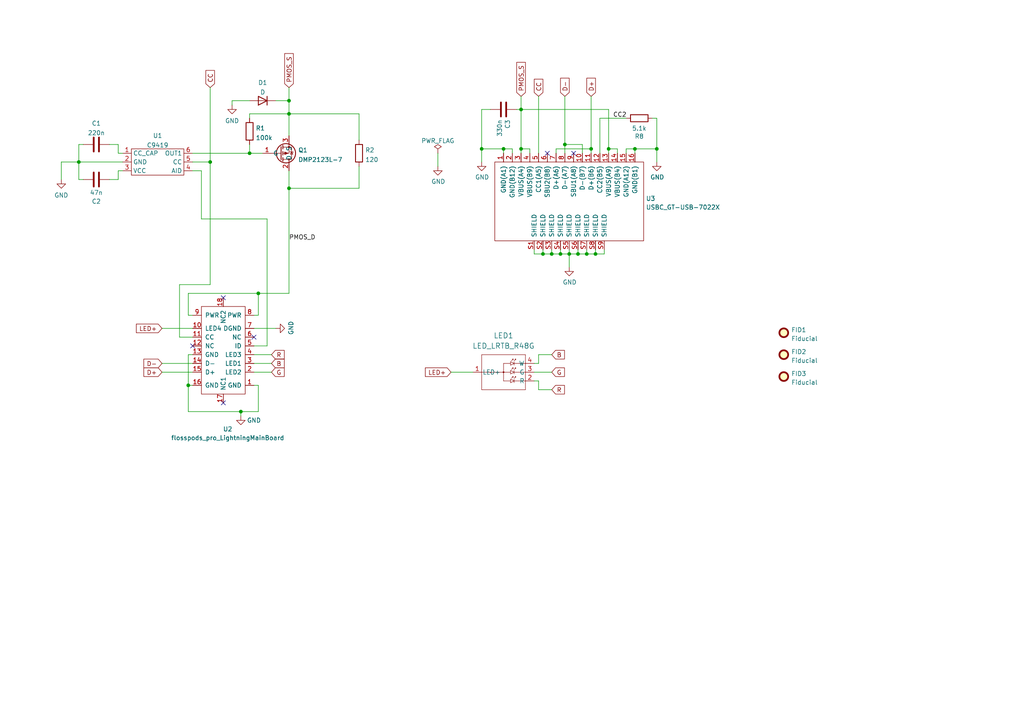
<source format=kicad_sch>
(kicad_sch (version 20211123) (generator eeschema)
  (paper "A4")
  (lib_symbols
    (symbol "Device:C" (pin_numbers hide) (pin_names (offset 0.254))
      (property "Reference" "C" (at 0.635 2.54 0))
      (property "Value" "C" (at 0.635 -2.54 0))
      (symbol "C_0_1"
        (polyline (pts (xy -2.032 -0.762) (xy 2.032 -0.762)) (stroke (width 0.508)))
        (polyline (pts (xy -2.032 0.762) (xy 2.032 0.762)) (stroke (width 0.508)))
      )
      (symbol "C_1_1"
        (pin passive line (at 0 3.81 270) (length 2.794) (name "~") (number "1"))
        (pin passive line (at 0 -3.81 90) (length 2.794) (name "~") (number "2"))
      )
    )
    (symbol "Device:D" (pin_numbers hide) (pin_names (offset 1.016) hide)
      (property "Reference" "D" (at 0 2.54 0))
      (property "Value" "D" (at 0 -2.54 0))
      (symbol "D_0_1"
        (polyline (pts (xy -1.27 1.27) (xy -1.27 -1.27)) (stroke (width 0.254)))
        (polyline (pts (xy 1.27 0) (xy -1.27 0)))
        (polyline (pts (xy 1.27 1.27) (xy 1.27 -1.27) (xy -1.27 0) (xy 1.27 1.27)) (stroke (width 0.254)))
      )
      (symbol "D_1_1"
        (pin passive line (at -3.81 0 0) (length 2.54) (name "K") (number "1"))
        (pin passive line (at 3.81 0 180) (length 2.54) (name "A") (number "2"))
      )
    )
    (symbol "Device:R" (pin_numbers hide) (pin_names (offset 0))
      (property "Reference" "R" (at 2.032 0 90))
      (property "Value" "R" (at 0 0 90))
      (symbol "R_0_1"
        (rectangle (start -1.016 -2.54) (end 1.016 2.54) (stroke (width 0.254)))
      )
      (symbol "R_1_1"
        (pin passive line (at 0 3.81 270) (length 1.27) (name "~") (number "1"))
        (pin passive line (at 0 -3.81 90) (length 1.27) (name "~") (number "2"))
      )
    )
    (symbol "Mechanical:Fiducial"
      (property "Reference" "FID" (at 0 5.08 0))
      (property "Value" "Fiducial" (at 0 3.175 0))
      (symbol "Fiducial_0_1"
        (circle (center 0 0) (radius 1.27) (stroke (width 0.508)) (fill (type background)))
      )
    )
    (symbol "flosspods_pro_flex:C9419"
      (property "Reference" "U" (at 0 6.35 0))
      (property "Value" "C9419" (at 0 -6.35 0))
      (symbol "C9419_0_1"
        (rectangle (start -7.62 3.81) (end 7.62 -3.81))
      )
      (symbol "C9419_1_1"
        (pin passive line (at -10.16 2.54 0) (length 2.54) (name "CC_CAP") (number "1"))
        (pin passive line (at -10.16 0 0) (length 2.54) (name "GND") (number "2"))
        (pin passive line (at -10.16 -2.54 0) (length 2.54) (name "VCC") (number "3"))
        (pin passive line (at 10.16 -2.54 180) (length 2.54) (name "AID") (number "4"))
        (pin passive line (at 10.16 0 180) (length 2.54) (name "CC") (number "5"))
        (pin passive line (at 10.16 2.54 180) (length 2.54) (name "OUT1") (number "6"))
      )
    )
    (symbol "flosspods_pro_flex:DMP2123L-7"
      (property "Reference" "Q" (at 3.81 3.81 0))
      (property "Value" "DMP2123L-7" (at 8.89 -5.08 0))
      (symbol "DMP2123L-7_0_1"
        (circle (center -0.889 0) (radius 2.794) (stroke (width 0.254)))
        (circle (center 0 -1.778) (radius 0.254) (fill (type outline)))
        (polyline (pts (xy -2.286 0) (xy -5.08 0)))
        (polyline (pts (xy -2.286 1.905) (xy -2.286 -1.905)) (stroke (width 0.254)))
        (polyline (pts (xy -1.778 -1.27) (xy -1.778 -2.286)) (stroke (width 0.254)))
        (polyline (pts (xy -1.778 0.508) (xy -1.778 -0.508)) (stroke (width 0.254)))
        (polyline (pts (xy -1.778 2.286) (xy -1.778 1.27)) (stroke (width 0.254)))
        (polyline (pts (xy 0 2.54) (xy 0 1.778)))
        (polyline (pts (xy 0 -2.54) (xy 0 0) (xy -1.778 0)))
        (polyline (pts (xy -1.778 1.778) (xy 0.762 1.778) (xy 0.762 -1.778) (xy -1.778 -1.778)))
        (polyline (pts (xy -0.254 0) (xy -1.27 0.381) (xy -1.27 -0.381) (xy -0.254 0)) (fill (type outline)))
        (polyline (pts (xy 0.254 -0.508) (xy 0.381 -0.381) (xy 1.143 -0.381) (xy 1.27 -0.254)))
        (polyline (pts (xy 0.762 -0.381) (xy 0.381 0.254) (xy 1.143 0.254) (xy 0.762 -0.381)))
        (circle (center 0 1.778) (radius 0.254) (fill (type outline)))
      )
      (symbol "DMP2123L-7_1_1"
        (pin input line (at -7.62 0 0) (length 2.54) (name "G") (number "1"))
        (pin passive line (at 0 5.08 270) (length 2.54) (name "D") (number "2"))
        (pin passive line (at 0 -5.08 90) (length 2.54) (name "S") (number "3"))
      )
    )
    (symbol "flosspods_pro_flex:LED_LRTB_R48G" (pin_names (offset 0.254))
      (property "Reference" "LED?" (at 0 10.16 0))
      (property "Value" "LED_LRTB_R48G" (at 0 7.62 0))
      (symbol "LED_LRTB_R48G_1_1"
        (arc (start -3.81 -0.127) (mid -3.81 0.127) (end -3.81 -0.127) (stroke (width 0.254)))
        (polyline (pts (xy -6.35 -5.08) (xy 6.35 -5.08)) (stroke (width 0.127)))
        (polyline (pts (xy -6.35 0) (xy 2.032 0)) (stroke (width 0.127)))
        (polyline (pts (xy -6.35 5.08) (xy -6.35 -5.08)) (stroke (width 0.127)))
        (polyline (pts (xy 0 -2.54) (xy 2.032 -2.54)) (stroke (width 0.127)))
        (polyline (pts (xy 0 2.54) (xy 0 -2.54)) (stroke (width 0.127)))
        (polyline (pts (xy 0 2.54) (xy 2.032 2.54)) (stroke (width 0.127)))
        (polyline (pts (xy 2.032 -2.032) (xy 2.032 -3.048)) (stroke (width 0.127)))
        (polyline (pts (xy 2.032 -2.032) (xy 3.048 -2.54)) (stroke (width 0.127)))
        (polyline (pts (xy 2.032 0.508) (xy 2.032 -0.508)) (stroke (width 0.127)))
        (polyline (pts (xy 2.032 0.508) (xy 3.048 0)) (stroke (width 0.127)))
        (polyline (pts (xy 2.032 3.048) (xy 2.032 2.032)) (stroke (width 0.127)))
        (polyline (pts (xy 2.032 3.048) (xy 3.048 2.54)) (stroke (width 0.127)))
        (polyline (pts (xy 2.286 -1.778) (xy 2.794 -1.27)) (stroke (width 0.127)))
        (polyline (pts (xy 2.286 0.762) (xy 2.794 1.27)) (stroke (width 0.127)))
        (polyline (pts (xy 2.286 3.302) (xy 2.794 3.81)) (stroke (width 0.127)))
        (polyline (pts (xy 2.794 -1.27) (xy 2.54 -1.27)) (stroke (width 0.127)))
        (polyline (pts (xy 2.794 -1.27) (xy 2.794 -1.524)) (stroke (width 0.127)))
        (polyline (pts (xy 2.794 1.27) (xy 2.54 1.27)) (stroke (width 0.127)))
        (polyline (pts (xy 2.794 1.27) (xy 2.794 1.016)) (stroke (width 0.127)))
        (polyline (pts (xy 2.794 3.81) (xy 2.54 3.81)) (stroke (width 0.127)))
        (polyline (pts (xy 2.794 3.81) (xy 2.794 3.556)) (stroke (width 0.127)))
        (polyline (pts (xy 3.048 -2.54) (xy 2.032 -3.048)) (stroke (width 0.127)))
        (polyline (pts (xy 3.048 -2.54) (xy 6.35 -2.54)) (stroke (width 0.127)))
        (polyline (pts (xy 3.048 -2.032) (xy 3.048 -3.048)) (stroke (width 0.127)))
        (polyline (pts (xy 3.048 -1.778) (xy 3.556 -1.27)) (stroke (width 0.127)))
        (polyline (pts (xy 3.048 0) (xy 2.032 -0.508)) (stroke (width 0.127)))
        (polyline (pts (xy 3.048 0) (xy 6.35 0)) (stroke (width 0.127)))
        (polyline (pts (xy 3.048 0.508) (xy 3.048 -0.508)) (stroke (width 0.127)))
        (polyline (pts (xy 3.048 0.762) (xy 3.556 1.27)) (stroke (width 0.127)))
        (polyline (pts (xy 3.048 2.54) (xy 2.032 2.032)) (stroke (width 0.127)))
        (polyline (pts (xy 3.048 2.54) (xy 6.35 2.54)) (stroke (width 0.127)))
        (polyline (pts (xy 3.048 3.048) (xy 3.048 2.032)) (stroke (width 0.127)))
        (polyline (pts (xy 3.048 3.302) (xy 3.556 3.81)) (stroke (width 0.127)))
        (polyline (pts (xy 3.302 -1.27) (xy 3.556 -1.27)) (stroke (width 0.127)))
        (polyline (pts (xy 3.302 1.27) (xy 3.556 1.27)) (stroke (width 0.127)))
        (polyline (pts (xy 3.302 3.81) (xy 3.556 3.81)) (stroke (width 0.127)))
        (polyline (pts (xy 3.556 -1.27) (xy 3.556 -1.524)) (stroke (width 0.127)))
        (polyline (pts (xy 3.556 1.27) (xy 3.556 1.016)) (stroke (width 0.127)))
        (polyline (pts (xy 3.556 3.81) (xy 3.556 3.556)) (stroke (width 0.127)))
        (polyline (pts (xy 6.35 -5.08) (xy 6.35 5.08)) (stroke (width 0.127)))
        (polyline (pts (xy 6.35 5.08) (xy -6.35 5.08)) (stroke (width 0.127)))
        (circle (center 0 0) (radius 0.127) (stroke (width 0.254)))
        (pin passive line (at -8.89 0 0) (length 2.54) (name "LED+") (number "1"))
        (pin passive line (at 8.89 -2.54 180) (length 2.54) (name "R") (number "2"))
        (pin passive line (at 8.89 0 180) (length 2.54) (name "G") (number "3"))
        (pin passive line (at 8.89 2.54 180) (length 2.54) (name "W") (number "4"))
      )
    )
    (symbol "flosspods_pro_flex:USBC_GT-USB-7022X" (pin_names (offset 1.016))
      (property "Reference" "U3" (at 23.495 -7.9815 0))
      (property "Value" "USBC_GT-USB-7022X" (at 23.495 -10.7566 0))
      (symbol "USBC_GT-USB-7022X_0_1"
        (rectangle (start -21.59 2.54) (end 21.59 -20.32))
      )
      (symbol "USBC_GT-USB-7022X_1_1"
        (pin passive line (at -19.05 5.08 270) (length 2.54) (name "GND(A1)") (number "1"))
        (pin passive line (at 3.81 5.08 270) (length 2.54) (name "D-(B7)") (number "10"))
        (pin passive line (at 6.35 5.08 270) (length 2.54) (name "D+(B6)") (number "11"))
        (pin passive line (at 8.89 5.08 270) (length 2.54) (name "CC2(B5)") (number "12"))
        (pin passive line (at 11.43 5.08 270) (length 2.54) (name "VBUS(A9)") (number "13"))
        (pin passive line (at 13.97 5.08 270) (length 2.54) (name "VBUS(B4)") (number "14"))
        (pin passive line (at 16.51 5.08 270) (length 2.54) (name "GND(A12)") (number "15"))
        (pin passive line (at 19.05 5.08 270) (length 2.54) (name "GND(B1)") (number "16"))
        (pin passive line (at -16.51 5.08 270) (length 2.54) (name "GND(B12)") (number "2"))
        (pin passive line (at -13.97 5.08 270) (length 2.54) (name "VBUS(A4)") (number "3"))
        (pin passive line (at -11.43 5.08 270) (length 2.54) (name "VBUS(B9)") (number "4"))
        (pin passive line (at -8.89 5.08 270) (length 2.54) (name "CC1(A5)") (number "5"))
        (pin passive line (at -6.35 5.08 270) (length 2.54) (name "SBU2(B8)") (number "6"))
        (pin passive line (at -3.81 5.08 270) (length 2.54) (name "D+(A6)") (number "7"))
        (pin passive line (at -1.27 5.08 270) (length 2.54) (name "D-(A7)") (number "8"))
        (pin passive line (at 1.27 5.08 270) (length 2.54) (name "SBU1(A8)") (number "9"))
        (pin passive line (at -10.16 -22.86 90) (length 2.54) (name "SHIELD") (number "S1"))
        (pin passive line (at -7.62 -22.86 90) (length 2.54) (name "SHIELD") (number "S2"))
        (pin passive line (at -5.08 -22.86 90) (length 2.54) (name "SHIELD") (number "S3"))
        (pin passive line (at -2.54 -22.86 90) (length 2.54) (name "SHIELD") (number "S4"))
        (pin passive line (at 0 -22.86 90) (length 2.54) (name "SHIELD") (number "S5"))
        (pin passive line (at 2.54 -22.86 90) (length 2.54) (name "SHIELD") (number "S6"))
        (pin passive line (at 5.08 -22.86 90) (length 2.54) (name "SHIELD") (number "S7"))
        (pin passive line (at 7.62 -22.86 90) (length 2.54) (name "SHIELD") (number "S8"))
        (pin passive line (at 10.16 -22.86 90) (length 2.54) (name "SHIELD") (number "S9"))
      )
    )
    (symbol "flosspods_pro_flex:flosspods_pro_LightningMainBoard" (pin_names (offset 1.016))
      (property "Reference" "U" (at 0 16.51 0))
      (property "Value" "flosspods_pro_LightningMainBoard" (at 1.27 -16.51 0))
      (symbol "flosspods_pro_LightningMainBoard_1_1"
        (rectangle (start -12.7 -6.35) (end 12.7 6.35))
        (pin input line (at -10.16 -8.89 90) (length 2.54) (name "GND") (number "1"))
        (pin input line (at 6.35 8.89 270) (length 2.54) (name "LED4") (number "10"))
        (pin input line (at 3.81 8.89 270) (length 2.54) (name "CC") (number "11"))
        (pin input line (at 1.27 8.89 270) (length 2.54) (name "NC") (number "12"))
        (pin input line (at -1.27 8.89 270) (length 2.54) (name "GND") (number "13"))
        (pin input line (at -3.81 8.89 270) (length 2.54) (name "D-") (number "14"))
        (pin input line (at -6.35 8.89 270) (length 2.54) (name "D+") (number "15"))
        (pin input line (at -10.16 8.89 270) (length 2.54) (name "GND") (number "16"))
        (pin input line (at -15.24 0 0) (length 2.54) (name "NC1") (number "17"))
        (pin input line (at 15.24 0 180) (length 2.54) (name "NC2") (number "18"))
        (pin input line (at -6.35 -8.89 90) (length 2.54) (name "LED2") (number "2"))
        (pin input line (at -3.81 -8.89 90) (length 2.54) (name "LED1") (number "3"))
        (pin input line (at -1.27 -8.89 90) (length 2.54) (name "LED3") (number "4"))
        (pin input line (at 1.27 -8.89 90) (length 2.54) (name "ID") (number "5"))
        (pin input line (at 3.81 -8.89 90) (length 2.54) (name "NC") (number "6"))
        (pin input line (at 6.35 -8.89 90) (length 2.54) (name "DGND") (number "7"))
        (pin input line (at 10.16 -8.89 90) (length 2.54) (name "PWR") (number "8"))
        (pin input line (at 10.16 8.89 270) (length 2.54) (name "PWR") (number "9"))
      )
    )
    (symbol "power:GND" (power) (pin_names (offset 0))
      (property "Value" "GND" (at 0 -3.81 0))
      (symbol "GND_0_1"
        (polyline (pts (xy 0 0) (xy 0 -1.27) (xy 1.27 -1.27) (xy 0 -2.54) (xy -1.27 -1.27) (xy 0 -1.27)))
      )
      (symbol "GND_1_1"
        (pin power_in line (at 0 0 270) (length 0) hide (name "GND") (number "1"))
      )
    )
    (symbol "power:PWR_FLAG" (power) (pin_numbers hide) (pin_names (offset 0) hide)
      (property "Value" "PWR_FLAG" (at 0 3.81 0))
      (symbol "PWR_FLAG_0_0"
        (pin power_out line (at 0 0 90) (length 0) (name "pwr") (number "1"))
      )
      (symbol "PWR_FLAG_0_1"
        (polyline (pts (xy 0 0) (xy 0 1.27) (xy -1.016 1.905) (xy 0 2.54) (xy 1.016 1.905) (xy 0 1.27)))
      )
    )
  )
  (junction (at 163.83 41.91))
  (junction (at 160.02 73.66))
  (junction (at 60.96 46.99))
  (junction (at 172.72 73.66))
  (junction (at 171.45 43.18))
  (junction (at 151.13 31.75))
  (junction (at 190.5 43.18))
  (junction (at 139.7 43.18))
  (junction (at 83.82 29.21))
  (junction (at 151.13 43.18))
  (junction (at 157.48 73.66))
  (junction (at 69.85 119.38))
  (junction (at 184.15 43.18))
  (junction (at 176.53 43.18))
  (junction (at 22.86 46.99))
  (junction (at 167.64 73.66))
  (junction (at 54.61 111.76))
  (junction (at 83.82 33.02))
  (junction (at 72.39 44.45))
  (junction (at 146.05 43.18))
  (junction (at 74.93 85.09))
  (junction (at 162.56 73.66))
  (junction (at 170.18 73.66))
  (junction (at 83.82 54.61))
  (junction (at 165.1 73.66))
  (no_connect (at 64.77 86.36))
  (no_connect (at 64.77 116.84))
  (no_connect (at 73.66 97.79))
  (no_connect (at 55.88 100.33))
  (no_connect (at 166.37 44.45))
  (no_connect (at 158.75 44.45))
  (wire (pts (xy 22.86 46.99) (xy 22.86 41.91)))
  (wire (pts (xy 165.1 73.66) (xy 167.64 73.66)))
  (wire (pts (xy 22.86 52.07) (xy 22.86 46.99)))
  (wire (pts (xy 154.94 72.39) (xy 154.94 73.66)))
  (wire (pts (xy 73.66 111.76) (xy 74.93 111.76)))
  (wire (pts (xy 52.07 82.55) (xy 52.07 97.79)))
  (wire (pts (xy 173.99 34.29) (xy 173.99 44.45)))
  (wire (pts (xy 130.81 107.95) (xy 137.16 107.95)))
  (wire (pts (xy 154.94 107.95) (xy 160.02 107.95)))
  (wire (pts (xy 74.93 91.44) (xy 74.93 85.09)))
  (wire (pts (xy 104.14 54.61) (xy 83.82 54.61)))
  (wire (pts (xy 73.66 100.33) (xy 77.47 100.33)))
  (wire (pts (xy 83.82 33.02) (xy 83.82 39.37)))
  (wire (pts (xy 142.24 31.75) (xy 139.7 31.75)))
  (wire (pts (xy 171.45 44.45) (xy 171.45 43.18)))
  (wire (pts (xy 35.56 49.53) (xy 34.29 49.53)))
  (wire (pts (xy 54.61 111.76) (xy 54.61 119.38)))
  (wire (pts (xy 34.29 49.53) (xy 34.29 52.07)))
  (wire (pts (xy 58.42 49.53) (xy 58.42 63.5)))
  (wire (pts (xy 154.94 105.41) (xy 156.21 105.41)))
  (wire (pts (xy 151.13 27.94) (xy 151.13 31.75)))
  (wire (pts (xy 34.29 44.45) (xy 34.29 41.91)))
  (wire (pts (xy 163.83 27.94) (xy 163.83 41.91)))
  (wire (pts (xy 55.88 49.53) (xy 58.42 49.53)))
  (wire (pts (xy 151.13 31.75) (xy 151.13 43.18)))
  (wire (pts (xy 58.42 63.5) (xy 77.47 63.5)))
  (wire (pts (xy 184.15 43.18) (xy 181.61 43.18)))
  (wire (pts (xy 74.93 111.76) (xy 74.93 119.38)))
  (wire (pts (xy 190.5 43.18) (xy 184.15 43.18)))
  (wire (pts (xy 72.39 33.02) (xy 83.82 33.02)))
  (wire (pts (xy 156.21 27.94) (xy 156.21 44.45)))
  (wire (pts (xy 179.07 44.45) (xy 179.07 43.18)))
  (wire (pts (xy 54.61 102.87) (xy 54.61 111.76)))
  (wire (pts (xy 73.66 105.41) (xy 78.74 105.41)))
  (wire (pts (xy 148.59 43.18) (xy 146.05 43.18)))
  (wire (pts (xy 151.13 44.45) (xy 151.13 43.18)))
  (wire (pts (xy 74.93 85.09) (xy 83.82 85.09)))
  (wire (pts (xy 60.96 25.4) (xy 60.96 46.99)))
  (wire (pts (xy 127 48.26) (xy 127 44.45)))
  (wire (pts (xy 55.88 46.99) (xy 60.96 46.99)))
  (wire (pts (xy 148.59 44.45) (xy 148.59 43.18)))
  (wire (pts (xy 156.21 105.41) (xy 156.21 102.87)))
  (wire (pts (xy 17.78 52.07) (xy 17.78 46.99)))
  (wire (pts (xy 34.29 52.07) (xy 31.75 52.07)))
  (wire (pts (xy 151.13 43.18) (xy 153.67 43.18)))
  (wire (pts (xy 73.66 95.25) (xy 80.01 95.25)))
  (wire (pts (xy 160.02 73.66) (xy 162.56 73.66)))
  (wire (pts (xy 154.94 110.49) (xy 156.21 110.49)))
  (wire (pts (xy 172.72 73.66) (xy 175.26 73.66)))
  (wire (pts (xy 154.94 73.66) (xy 157.48 73.66)))
  (wire (pts (xy 67.31 30.48) (xy 67.31 29.21)))
  (wire (pts (xy 83.82 29.21) (xy 83.82 25.4)))
  (wire (pts (xy 54.61 85.09) (xy 74.93 85.09)))
  (wire (pts (xy 74.93 119.38) (xy 69.85 119.38)))
  (wire (pts (xy 54.61 91.44) (xy 54.61 85.09)))
  (wire (pts (xy 34.29 41.91) (xy 31.75 41.91)))
  (wire (pts (xy 176.53 43.18) (xy 176.53 44.45)))
  (wire (pts (xy 24.13 52.07) (xy 22.86 52.07)))
  (wire (pts (xy 156.21 110.49) (xy 156.21 113.03)))
  (wire (pts (xy 167.64 72.39) (xy 167.64 73.66)))
  (wire (pts (xy 172.72 72.39) (xy 172.72 73.66)))
  (wire (pts (xy 160.02 72.39) (xy 160.02 73.66)))
  (wire (pts (xy 83.82 54.61) (xy 83.82 49.53)))
  (wire (pts (xy 35.56 44.45) (xy 34.29 44.45)))
  (wire (pts (xy 190.5 46.99) (xy 190.5 43.18)))
  (wire (pts (xy 189.23 34.29) (xy 190.5 34.29)))
  (wire (pts (xy 83.82 85.09) (xy 83.82 54.61)))
  (wire (pts (xy 165.1 73.66) (xy 165.1 77.47)))
  (wire (pts (xy 80.01 29.21) (xy 83.82 29.21)))
  (wire (pts (xy 153.67 43.18) (xy 153.67 44.45)))
  (wire (pts (xy 83.82 33.02) (xy 104.14 33.02)))
  (wire (pts (xy 60.96 82.55) (xy 52.07 82.55)))
  (wire (pts (xy 67.31 29.21) (xy 72.39 29.21)))
  (wire (pts (xy 168.91 41.91) (xy 168.91 44.45)))
  (wire (pts (xy 157.48 73.66) (xy 160.02 73.66)))
  (wire (pts (xy 55.88 91.44) (xy 54.61 91.44)))
  (wire (pts (xy 72.39 33.02) (xy 72.39 34.29)))
  (wire (pts (xy 69.85 120.65) (xy 69.85 119.38)))
  (wire (pts (xy 73.66 107.95) (xy 78.74 107.95)))
  (wire (pts (xy 162.56 73.66) (xy 165.1 73.66)))
  (wire (pts (xy 73.66 102.87) (xy 78.74 102.87)))
  (wire (pts (xy 55.88 102.87) (xy 54.61 102.87)))
  (wire (pts (xy 22.86 41.91) (xy 24.13 41.91)))
  (wire (pts (xy 73.66 91.44) (xy 74.93 91.44)))
  (wire (pts (xy 163.83 44.45) (xy 163.83 41.91)))
  (wire (pts (xy 139.7 43.18) (xy 146.05 43.18)))
  (wire (pts (xy 156.21 113.03) (xy 160.02 113.03)))
  (wire (pts (xy 181.61 43.18) (xy 181.61 44.45)))
  (wire (pts (xy 77.47 63.5) (xy 77.47 100.33)))
  (wire (pts (xy 157.48 72.39) (xy 157.48 73.66)))
  (wire (pts (xy 163.83 41.91) (xy 168.91 41.91)))
  (wire (pts (xy 46.99 95.25) (xy 55.88 95.25)))
  (wire (pts (xy 52.07 97.79) (xy 55.88 97.79)))
  (wire (pts (xy 54.61 119.38) (xy 69.85 119.38)))
  (wire (pts (xy 165.1 72.39) (xy 165.1 73.66)))
  (wire (pts (xy 46.99 105.41) (xy 55.88 105.41)))
  (wire (pts (xy 171.45 27.94) (xy 171.45 43.18)))
  (wire (pts (xy 190.5 34.29) (xy 190.5 43.18)))
  (wire (pts (xy 46.99 107.95) (xy 55.88 107.95)))
  (wire (pts (xy 55.88 44.45) (xy 72.39 44.45)))
  (wire (pts (xy 54.61 111.76) (xy 55.88 111.76)))
  (wire (pts (xy 167.64 73.66) (xy 170.18 73.66)))
  (wire (pts (xy 170.18 72.39) (xy 170.18 73.66)))
  (wire (pts (xy 161.29 43.18) (xy 161.29 44.45)))
  (wire (pts (xy 104.14 48.26) (xy 104.14 54.61)))
  (wire (pts (xy 151.13 31.75) (xy 176.53 31.75)))
  (wire (pts (xy 60.96 46.99) (xy 60.96 82.55)))
  (wire (pts (xy 149.86 31.75) (xy 151.13 31.75)))
  (wire (pts (xy 176.53 43.18) (xy 176.53 31.75)))
  (wire (pts (xy 156.21 102.87) (xy 160.02 102.87)))
  (wire (pts (xy 139.7 31.75) (xy 139.7 43.18)))
  (wire (pts (xy 72.39 44.45) (xy 76.2 44.45)))
  (wire (pts (xy 173.99 34.29) (xy 181.61 34.29)))
  (wire (pts (xy 22.86 46.99) (xy 35.56 46.99)))
  (wire (pts (xy 162.56 72.39) (xy 162.56 73.66)))
  (wire (pts (xy 175.26 73.66) (xy 175.26 72.39)))
  (wire (pts (xy 104.14 33.02) (xy 104.14 40.64)))
  (wire (pts (xy 139.7 43.18) (xy 139.7 46.99)))
  (wire (pts (xy 83.82 29.21) (xy 83.82 33.02)))
  (wire (pts (xy 179.07 43.18) (xy 176.53 43.18)))
  (wire (pts (xy 72.39 41.91) (xy 72.39 44.45)))
  (wire (pts (xy 17.78 46.99) (xy 22.86 46.99)))
  (wire (pts (xy 171.45 43.18) (xy 161.29 43.18)))
  (wire (pts (xy 170.18 73.66) (xy 172.72 73.66)))
  (wire (pts (xy 146.05 43.18) (xy 146.05 44.45)))
  (wire (pts (xy 184.15 44.45) (xy 184.15 43.18)))
  (label "PMOS_D" (at 83.82 69.85 0))
  (label "CC2" (at 177.8 34.29 0))
  (global_label "G" (shape input) (at 78.74 107.95 0) (property "Intersheet References" "${INTERSHEET_REFS}" (effects hide)))
  (global_label "CC" (shape input) (at 156.21 27.94 90) (property "Intersheet References" "${INTERSHEET_REFS}" (effects hide)))
  (global_label "PMOS_S" (shape input) (at 83.82 25.4 90) (property "Intersheet References" "${INTERSHEET_REFS}" (effects hide)))
  (global_label "B" (shape input) (at 78.74 105.41 0) (property "Intersheet References" "${INTERSHEET_REFS}" (effects hide)))
  (global_label "R" (shape input) (at 78.74 102.87 0) (property "Intersheet References" "${INTERSHEET_REFS}" (effects hide)))
  (global_label "D-" (shape input) (at 46.99 105.41 180) (property "Intersheet References" "${INTERSHEET_REFS}" (effects hide)))
  (global_label "PMOS_S" (shape input) (at 151.13 27.94 90) (property "Intersheet References" "${INTERSHEET_REFS}" (effects hide)))
  (global_label "B" (shape input) (at 160.02 102.87 0) (property "Intersheet References" "${INTERSHEET_REFS}" (effects hide)))
  (global_label "R" (shape input) (at 160.02 113.03 0) (property "Intersheet References" "${INTERSHEET_REFS}" (effects hide)))
  (global_label "G" (shape input) (at 160.02 107.95 0) (property "Intersheet References" "${INTERSHEET_REFS}" (effects hide)))
  (global_label "D+" (shape input) (at 46.99 107.95 180) (property "Intersheet References" "${INTERSHEET_REFS}" (effects hide)))
  (global_label "D-" (shape input) (at 163.83 27.94 90) (property "Intersheet References" "${INTERSHEET_REFS}" (effects hide)))
  (global_label "CC" (shape input) (at 60.96 25.4 90) (property "Intersheet References" "${INTERSHEET_REFS}" (effects hide)))
  (global_label "LED+" (shape input) (at 46.99 95.25 180) (property "Intersheet References" "${INTERSHEET_REFS}" (effects hide)))
  (global_label "LED+" (shape input) (at 130.81 107.95 180) (property "Intersheet References" "${INTERSHEET_REFS}" (effects hide)))
  (global_label "D+" (shape input) (at 171.45 27.94 90) (property "Intersheet References" "${INTERSHEET_REFS}" (effects hide)))
  (symbol (lib_id "power:GND") (at 165.1 77.47 0) (unit 1)
    (property "Reference" "#PWR0104" (effects hide))
    (property "Value" "GND" (at 165.227 81.8642 0))
  )
  (symbol (lib_id "Device:C") (at 146.05 31.75 270) (unit 1)
    (property "Reference" "C3" (at 147.2184 34.671 0) (effects (justify left)))
    (property "Value" "330n" (at 144.907 34.671 0) (effects (justify left)))
    (property "Footprint" "Capacitor_SMD:C_0402_1005Metric" (effects hide))
  )
  (symbol (lib_id "power:GND") (at 127 48.26 0) (unit 1)
    (property "Reference" "#PWR0103" (effects hide))
    (property "Value" "GND" (at 127.127 52.6542 0))
  )
  (symbol (lib_id "power:GND") (at 80.01 95.25 90) (unit 1)
    (property "Reference" "#PWR0106" (effects hide))
    (property "Value" "GND" (at 84.4042 95.123 0))
  )
  (symbol (lib_id "Mechanical:Fiducial") (at 227.33 109.22 0) (unit 1)
    (property "Reference" "FID3" (at 229.489 108.3853 0) (effects (justify left)))
    (property "Value" "Fiducial" (at 229.489 110.9222 0) (effects (justify left)))
    (property "Footprint" "Fiducial:Fiducial_0.5mm_Mask1mm" (effects hide))
  )
  (symbol (lib_id "power:GND") (at 67.31 30.48 0) (unit 1)
    (property "Reference" "#PWR03" (effects hide))
    (property "Value" "GND" (at 67.31 35.0425 0))
  )
  (symbol (lib_id "flosspods_pro_flex:LED_LRTB_R48G") (at 146.05 107.95 0) (unit 1)
    (property "Reference" "LED1" (at 146.05 97.3366 0) (effects (font (size 1.524 1.524))))
    (property "Value" "LED_LRTB_R48G" (at 146.05 100.33 0) (effects (font (size 1.524 1.524))))
    (property "Footprint" "flosspods_pro_flex:LED_LRTB_R48G" (effects hide))
  )
  (symbol (lib_id "Device:D") (at 76.2 29.21 180) (unit 1)
    (property "Reference" "D1" (at 76.2 23.9735 0))
    (property "Value" "D" (at 76.2 26.7486 0))
    (property "Footprint" "Diode_SMD:D_SOD-523" (effects hide))
  )
  (symbol (lib_id "flosspods_pro_flex:C9419") (at 45.72 46.99 0) (unit 1)
    (property "Reference" "U1" (at 45.72 39.3405 0))
    (property "Value" "C9419" (at 45.72 42.1156 0))
    (property "Footprint" "flosspods_pro_flex:C9419" (effects hide))
  )
  (symbol (lib_id "power:GND") (at 139.7 46.99 0) (unit 1)
    (property "Reference" "#PWR0102" (effects hide))
    (property "Value" "GND" (at 139.827 51.3842 0))
  )
  (symbol (lib_id "power:PWR_FLAG") (at 127 44.45 0) (unit 1)
    (property "Reference" "#FLG0101" (effects hide))
    (property "Value" "PWR_FLAG" (at 127 40.8455 0))
  )
  (symbol (lib_id "Device:R") (at 104.14 44.45 180) (unit 1)
    (property "Reference" "R2" (at 105.918 43.5415 0) (effects (justify right)))
    (property "Value" "120" (at 105.918 46.3166 0) (effects (justify right)))
    (property "Footprint" "Resistor_SMD:R_0402_1005Metric" (effects hide))
  )
  (symbol (lib_id "Device:C") (at 27.94 52.07 270) (unit 1)
    (property "Reference" "C2" (at 27.94 58.42 90))
    (property "Value" "47n" (at 27.94 55.88 90))
    (property "Footprint" "Capacitor_SMD:C_0402_1005Metric" (effects hide))
  )
  (symbol (lib_id "power:GND") (at 69.85 120.65 0) (unit 1)
    (property "Reference" "#PWR0105" (effects hide))
    (property "Value" "GND" (at 73.66 121.92 0))
  )
  (symbol (lib_id "Device:R") (at 185.42 34.29 270) (unit 1)
    (property "Reference" "R8" (at 185.42 39.5478 90))
    (property "Value" "5.1k" (at 185.42 37.2364 90))
    (property "Footprint" "Resistor_SMD:R_0402_1005Metric" (effects hide))
  )
  (symbol (lib_id "Mechanical:Fiducial") (at 227.33 96.52 0) (unit 1)
    (property "Reference" "FID1" (at 229.489 95.6853 0) (effects (justify left)))
    (property "Value" "Fiducial" (at 229.489 98.2222 0) (effects (justify left)))
    (property "Footprint" "Fiducial:Fiducial_0.5mm_Mask1mm" (effects hide))
  )
  (symbol (lib_id "Device:C") (at 27.94 41.91 90) (unit 1)
    (property "Reference" "C1" (at 27.94 35.7845 90))
    (property "Value" "220n" (at 27.94 38.5596 90))
    (property "Footprint" "Capacitor_SMD:C_0402_1005Metric" (effects hide))
  )
  (symbol (lib_id "power:GND") (at 17.78 52.07 0) (unit 1)
    (property "Reference" "#PWR01" (effects hide))
    (property "Value" "GND" (at 17.78 56.6325 0))
  )
  (symbol (lib_id "flosspods_pro_flex:flosspods_pro_LightningMainBoard") (at 64.77 101.6 90) (unit 1)
    (property "Reference" "U2" (at 66.04 124.46 90))
    (property "Value" "flosspods_pro_LightningMainBoard" (at 66.04 126.9969 90))
    (property "Footprint" "flosspods_pro_flex:flosspods_pro_LightningMainBoard" (effects hide))
  )
  (symbol (lib_id "flosspods_pro_flex:DMP2123L-7") (at 83.82 44.45 0) (mirror x) (unit 1)
    (property "Reference" "Q1" (at 86.487 43.5415 0) (effects (justify left)))
    (property "Value" "DMP2123L-7" (at 86.487 46.3166 0) (effects (justify left)))
    (property "Footprint" "flosspods_pro_flex:DMP2123L-7" (effects hide))
  )
  (symbol (lib_id "flosspods_pro_flex:USBC_GT-USB-7022X") (at 165.1 49.53 0) (unit 1)
    (property "Reference" "U3" (at 187.325 57.5853 0) (effects (justify left)))
    (property "Value" "USBC_GT-USB-7022X" (at 187.325 60.1222 0) (effects (justify left)))
    (property "Footprint" "flosspods_pro_flex:USBC_GT-USB-7022X" (effects hide))
  )
  (symbol (lib_id "Device:R") (at 72.39 38.1 180) (unit 1)
    (property "Reference" "R1" (at 74.168 37.1915 0) (effects (justify right)))
    (property "Value" "100k" (at 74.168 39.9666 0) (effects (justify right)))
    (property "Footprint" "Resistor_SMD:R_0402_1005Metric" (effects hide))
  )
  (symbol (lib_id "power:GND") (at 190.5 46.99 0) (unit 1)
    (property "Reference" "#PWR0101" (effects hide))
    (property "Value" "GND" (at 190.627 51.3842 0))
  )
  (symbol (lib_id "Mechanical:Fiducial") (at 227.33 102.87 0) (unit 1)
    (property "Reference" "FID2" (at 229.489 102.0353 0) (effects (justify left)))
    (property "Value" "Fiducial" (at 229.489 104.5722 0) (effects (justify left)))
    (property "Footprint" "Fiducial:Fiducial_0.5mm_Mask1mm" (effects hide))
  )
)
</source>
